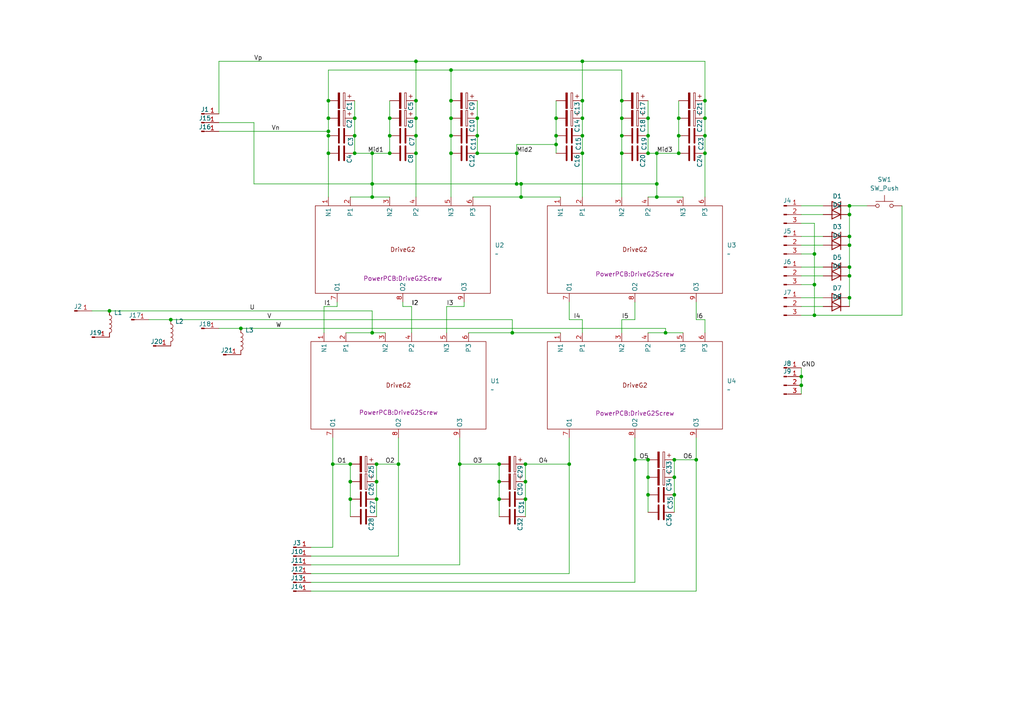
<source format=kicad_sch>
(kicad_sch (version 20250114) (generator "eeschema") (generator_version "9.0")
  (paper "A4")
  (lib_symbols
    (symbol "Connector:Conn_01x01_Pin" (pin_names (offset 1.016) (hide yes))
      (property "Reference" "J" (at 0 2.54 0))
      (property "Value" "Conn_01x01_Pin" (at 0 -2.54 0))
      (symbol "Conn_01x01_Pin_1_1"
        (rectangle (start 0.8636 0.127) (end 0 -0.127) (stroke (width 0.1524)) (fill (type outline)))
        (polyline (pts (xy 1.27 0) (xy 0.8636 0)) (stroke (width 0.1524)))
        (pin passive line (at 5.08 0 180) (length 3.81) (name "Pin_1") (number "1"))
      )
    )
    (symbol "Connector:Conn_01x03_Pin" (pin_names (offset 1.016) (hide yes))
      (property "Reference" "J" (at 0 5.08 0))
      (property "Value" "Conn_01x03_Pin" (at 0 -5.08 0))
      (symbol "Conn_01x03_Pin_1_1"
        (rectangle (start 0.8636 2.667) (end 0 2.413) (stroke (width 0.1524)) (fill (type outline)))
        (rectangle (start 0.8636 0.127) (end 0 -0.127) (stroke (width 0.1524)) (fill (type outline)))
        (rectangle (start 0.8636 -2.413) (end 0 -2.667) (stroke (width 0.1524)) (fill (type outline)))
        (polyline (pts (xy 1.27 2.54) (xy 0.8636 2.54)) (stroke (width 0.1524)))
        (polyline (pts (xy 1.27 0) (xy 0.8636 0)) (stroke (width 0.1524)))
        (polyline (pts (xy 1.27 -2.54) (xy 0.8636 -2.54)) (stroke (width 0.1524)))
        (pin passive line (at 5.08 2.54 180) (length 3.81) (name "Pin_1") (number "1"))
        (pin passive line (at 5.08 0 180) (length 3.81) (name "Pin_2") (number "2"))
        (pin passive line (at 5.08 -2.54 180) (length 3.81) (name "Pin_3") (number "3"))
      )
    )
    (symbol "Device:C" (pin_numbers (hide yes)) (pin_names (offset 0.254))
      (property "Reference" "C" (at 0.635 2.54 0))
      (property "Value" "C" (at 0.635 -2.54 0))
      (symbol "C_0_1"
        (polyline (pts (xy -2.032 0.762) (xy 2.032 0.762)) (stroke (width 0.508)))
        (polyline (pts (xy -2.032 -0.762) (xy 2.032 -0.762)) (stroke (width 0.508)))
      )
      (symbol "C_1_1"
        (pin passive line (at 0 3.81 270) (length 2.794) (name "~") (number "1"))
        (pin passive line (at 0 -3.81 90) (length 2.794) (name "~") (number "2"))
      )
    )
    (symbol "Device:C_Polarized" (pin_numbers (hide yes)) (pin_names (offset 0.254))
      (property "Reference" "C" (at 0.635 2.54 0))
      (property "Value" "C_Polarized" (at 0.635 -2.54 0))
      (symbol "C_Polarized_0_1"
        (rectangle (start -2.286 0.508) (end 2.286 1.016))
        (polyline (pts (xy -1.778 2.286) (xy -0.762 2.286)))
        (polyline (pts (xy -1.27 2.794) (xy -1.27 1.778)))
        (rectangle (start 2.286 -0.508) (end -2.286 -1.016) (fill (type outline)))
      )
      (symbol "C_Polarized_1_1"
        (pin passive line (at 0 3.81 270) (length 2.794) (name "~") (number "1"))
        (pin passive line (at 0 -3.81 90) (length 2.794) (name "~") (number "2"))
      )
    )
    (symbol "Device:L" (pin_numbers (hide yes)) (pin_names (offset 1.016) (hide yes))
      (property "Reference" "L" (at -1.27 0 90))
      (property "Value" "L" (at 1.905 0 90))
      (symbol "L_0_1"
        (arc (start 0 2.54) (mid 0.6323 1.905) (end 0 1.27))
        (arc (start 0 1.27) (mid 0.6323 0.635) (end 0 0))
        (arc (start 0 0) (mid 0.6323 -0.635) (end 0 -1.27))
        (arc (start 0 -1.27) (mid 0.6323 -1.905) (end 0 -2.54))
      )
      (symbol "L_1_1"
        (pin passive line (at 0 3.81 270) (length 1.27) (name "1") (number "1"))
        (pin passive line (at 0 -3.81 90) (length 1.27) (name "2") (number "2"))
      )
    )
    (symbol "Diode:1N914" (pin_numbers (hide yes)) (pin_names (hide yes))
      (property "Reference" "D" (at 0 2.54 0))
      (property "Value" "1N914" (at 0 -2.54 0))
      (symbol "1N914_0_1"
        (polyline (pts (xy -1.27 1.27) (xy -1.27 -1.27)) (stroke (width 0.254)))
        (polyline (pts (xy 1.27 1.27) (xy 1.27 -1.27) (xy -1.27 0) (xy 1.27 1.27)) (stroke (width 0.254)))
        (polyline (pts (xy 1.27 0) (xy -1.27 0)))
      )
      (symbol "1N914_1_1"
        (pin passive line (at -3.81 0 0) (length 2.54) (name "K") (number "1"))
        (pin passive line (at 3.81 0 180) (length 2.54) (name "A") (number "2"))
      )
    )
    (symbol "PowerPCB:DriveG2"
      (property "Reference" "U" (at 0 -2.54 0))
      (symbol "DriveG2_0_1"
        (rectangle (start -25.4 25.4) (end 25.4 0))
      )
      (symbol "DriveG2_1_1"
        (text "DriveG2\n" (at 0 12.7 0) (effects (font (size 1.27 1.27))))
        (pin power_in line (at -21.59 27.94 270) (length 2.54) (name "N1") (number "1"))
        (pin power_out line (at -19.05 -2.54 90) (length 2.54) (name "O1") (number "7"))
        (pin power_in line (at -15.24 27.94 270) (length 2.54) (name "P1") (number "2"))
        (pin power_in line (at -3.81 27.94 270) (length 2.54) (name "N2") (number "3"))
        (pin power_out line (at 0 -2.54 90) (length 2.54) (name "O2") (number "8"))
        (pin power_in line (at 3.81 27.94 270) (length 2.54) (name "P2") (number "4"))
        (pin power_in line (at 13.97 27.94 270) (length 2.54) (name "N3") (number "5"))
        (pin power_out line (at 17.78 -2.54 90) (length 2.54) (name "O3") (number "9"))
        (pin power_in line (at 20.32 27.94 270) (length 2.54) (name "P3") (number "6"))
      )
    )
    (symbol "Switch:SW_Push" (pin_numbers (hide yes)) (pin_names (offset 1.016) (hide yes))
      (property "Reference" "SW" (at 1.27 2.54 0))
      (property "Value" "SW_Push" (at 0 -1.524 0))
      (symbol "SW_Push_0_1"
        (circle (center -2.032 0) (radius 0.508))
        (polyline (pts (xy 0 1.27) (xy 0 3.048)))
        (circle (center 2.032 0) (radius 0.508))
        (polyline (pts (xy 2.54 1.27) (xy -2.54 1.27)))
        (pin passive line (at -5.08 0 0) (length 2.54) (name "1") (number "1"))
        (pin passive line (at 5.08 0 180) (length 2.54) (name "2") (number "2"))
      )
    )
  )
  (junction (at 101.6 144.78))
  (junction (at 168.91 34.29))
  (junction (at 168.91 17.78))
  (junction (at 148.59 96.52))
  (junction (at 109.22 139.7))
  (junction (at 236.22 82.55))
  (junction (at 152.4 134.62))
  (junction (at 196.85 44.45))
  (junction (at 165.1 134.62))
  (junction (at 236.22 73.66))
  (junction (at 187.96 39.37))
  (junction (at 113.03 39.37))
  (junction (at 196.85 39.37))
  (junction (at 95.25 39.37))
  (junction (at 246.38 80.01))
  (junction (at 161.29 41.91))
  (junction (at 187.96 138.43))
  (junction (at 168.91 29.21))
  (junction (at 102.87 34.29))
  (junction (at 180.34 39.37))
  (junction (at 130.81 20.32))
  (junction (at 130.81 34.29))
  (junction (at 120.65 29.21))
  (junction (at 144.78 139.7))
  (junction (at 204.47 39.37))
  (junction (at 151.13 53.34))
  (junction (at 180.34 29.21))
  (junction (at 246.38 77.47))
  (junction (at 195.58 138.43))
  (junction (at 49.53 92.71))
  (junction (at 144.78 134.62))
  (junction (at 95.25 44.45))
  (junction (at 195.58 133.35))
  (junction (at 95.25 29.21))
  (junction (at 107.95 44.45))
  (junction (at 113.03 34.29))
  (junction (at 190.5 53.34))
  (junction (at 101.6 139.7))
  (junction (at 69.85 95.25))
  (junction (at 107.95 53.34))
  (junction (at 138.43 44.45))
  (junction (at 130.81 29.21))
  (junction (at 95.25 38.1))
  (junction (at 138.43 34.29))
  (junction (at 187.96 143.51))
  (junction (at 120.65 34.29))
  (junction (at 95.25 34.29))
  (junction (at 184.15 133.35))
  (junction (at 246.38 71.12))
  (junction (at 204.47 29.21))
  (junction (at 149.86 44.45))
  (junction (at 246.38 68.58))
  (junction (at 190.5 44.45))
  (junction (at 96.52 134.62))
  (junction (at 101.6 134.62))
  (junction (at 120.65 17.78))
  (junction (at 144.78 144.78))
  (junction (at 195.58 143.51))
  (junction (at 130.81 44.45))
  (junction (at 113.03 44.45))
  (junction (at 130.81 39.37))
  (junction (at 187.96 44.45))
  (junction (at 102.87 44.45))
  (junction (at 232.41 109.22))
  (junction (at 102.87 39.37))
  (junction (at 201.93 133.35))
  (junction (at 120.65 39.37))
  (junction (at 246.38 62.23))
  (junction (at 168.91 39.37))
  (junction (at 246.38 59.69))
  (junction (at 193.04 96.52))
  (junction (at 138.43 39.37))
  (junction (at 107.95 57.15))
  (junction (at 232.41 111.76))
  (junction (at 149.86 53.34))
  (junction (at 152.4 139.7))
  (junction (at 180.34 44.45))
  (junction (at 180.34 34.29))
  (junction (at 31.75 90.17))
  (junction (at 190.5 57.15))
  (junction (at 196.85 34.29))
  (junction (at 168.91 44.45))
  (junction (at 204.47 44.45))
  (junction (at 120.65 44.45))
  (junction (at 161.29 34.29))
  (junction (at 109.22 134.62))
  (junction (at 187.96 34.29))
  (junction (at 236.22 91.44))
  (junction (at 109.22 144.78))
  (junction (at 161.29 39.37))
  (junction (at 107.95 96.52))
  (junction (at 151.13 57.15))
  (junction (at 115.57 134.62))
  (junction (at 152.4 144.78))
  (junction (at 204.47 34.29))
  (junction (at 133.35 134.62))
  (junction (at 187.96 133.35))
  (junction (at 246.38 86.36))
  (wire (pts (xy 138.43 34.29) (xy 138.43 39.37)))
  (wire (pts (xy 149.86 44.45) (xy 149.86 53.34)))
  (wire (pts (xy 116.84 87.63) (xy 116.84 88.9)))
  (wire (pts (xy 134.62 87.63) (xy 134.62 88.9)))
  (wire (pts (xy 236.22 91.44) (xy 261.62 91.44)))
  (wire (pts (xy 165.1 134.62) (xy 165.1 127)))
  (wire (pts (xy 165.1 166.37) (xy 165.1 134.62)))
  (wire (pts (xy 168.91 29.21) (xy 168.91 34.29)))
  (wire (pts (xy 73.66 53.34) (xy 73.66 35.56)))
  (wire (pts (xy 138.43 29.21) (xy 138.43 34.29)))
  (wire (pts (xy 43.18 92.71) (xy 49.53 92.71)))
  (wire (pts (xy 151.13 57.15) (xy 162.56 57.15)))
  (wire (pts (xy 187.96 133.35) (xy 187.96 138.43)))
  (wire (pts (xy 187.96 143.51) (xy 187.96 148.59)))
  (wire (pts (xy 113.03 29.21) (xy 113.03 34.29)))
  (wire (pts (xy 95.25 38.1) (xy 95.25 34.29)))
  (wire (pts (xy 109.22 134.62) (xy 109.22 139.7)))
  (wire (pts (xy 246.38 86.36) (xy 246.38 88.9)))
  (wire (pts (xy 261.62 59.69) (xy 261.62 91.44)))
  (wire (pts (xy 195.58 133.35) (xy 195.58 138.43)))
  (wire (pts (xy 246.38 71.12) (xy 246.38 77.47)))
  (wire (pts (xy 120.65 17.78) (xy 168.91 17.78)))
  (wire (pts (xy 102.87 39.37) (xy 102.87 44.45)))
  (wire (pts (xy 187.96 39.37) (xy 187.96 44.45)))
  (wire (pts (xy 90.17 171.45) (xy 201.93 171.45)))
  (wire (pts (xy 201.93 127) (xy 201.93 133.35)))
  (wire (pts (xy 95.25 39.37) (xy 95.25 44.45)))
  (wire (pts (xy 26.67 90.17) (xy 31.75 90.17)))
  (wire (pts (xy 102.87 44.45) (xy 107.95 44.45)))
  (wire (pts (xy 49.53 92.71) (xy 148.59 92.71)))
  (wire (pts (xy 232.41 68.58) (xy 238.76 68.58)))
  (wire (pts (xy 115.57 134.62) (xy 115.57 161.29)))
  (wire (pts (xy 195.58 133.35) (xy 201.93 133.35)))
  (wire (pts (xy 107.95 53.34) (xy 107.95 57.15)))
  (wire (pts (xy 187.96 138.43) (xy 187.96 143.51)))
  (wire (pts (xy 204.47 29.21) (xy 204.47 34.29)))
  (wire (pts (xy 187.96 96.52) (xy 193.04 96.52)))
  (wire (pts (xy 97.79 88.9) (xy 93.98 88.9)))
  (wire (pts (xy 31.75 90.17) (xy 107.95 90.17)))
  (wire (pts (xy 149.86 41.91) (xy 149.86 44.45)))
  (wire (pts (xy 168.91 44.45) (xy 168.91 57.15)))
  (wire (pts (xy 165.1 87.63) (xy 165.1 92.71)))
  (wire (pts (xy 116.84 88.9) (xy 119.38 88.9)))
  (wire (pts (xy 184.15 87.63) (xy 184.15 92.71)))
  (wire (pts (xy 149.86 41.91) (xy 161.29 41.91)))
  (wire (pts (xy 161.29 39.37) (xy 161.29 41.91)))
  (wire (pts (xy 232.41 71.12) (xy 238.76 71.12)))
  (wire (pts (xy 130.81 39.37) (xy 130.81 44.45)))
  (wire (pts (xy 184.15 127) (xy 184.15 133.35)))
  (wire (pts (xy 63.5 95.25) (xy 69.85 95.25)))
  (wire (pts (xy 168.91 92.71) (xy 168.91 96.52)))
  (wire (pts (xy 201.93 87.63) (xy 201.93 92.71)))
  (wire (pts (xy 95.25 34.29) (xy 95.25 29.21)))
  (wire (pts (xy 96.52 134.62) (xy 101.6 134.62)))
  (wire (pts (xy 144.78 144.78) (xy 144.78 149.86)))
  (wire (pts (xy 90.17 161.29) (xy 115.57 161.29)))
  (wire (pts (xy 204.47 17.78) (xy 204.47 29.21)))
  (wire (pts (xy 133.35 127) (xy 133.35 134.62)))
  (wire (pts (xy 187.96 44.45) (xy 190.5 44.45)))
  (wire (pts (xy 93.98 88.9) (xy 93.98 96.52)))
  (wire (pts (xy 204.47 44.45) (xy 204.47 57.15)))
  (wire (pts (xy 180.34 44.45) (xy 180.34 57.15)))
  (wire (pts (xy 144.78 139.7) (xy 144.78 144.78)))
  (wire (pts (xy 101.6 139.7) (xy 101.6 144.78)))
  (wire (pts (xy 168.91 17.78) (xy 204.47 17.78)))
  (wire (pts (xy 133.35 163.83) (xy 133.35 134.62)))
  (wire (pts (xy 138.43 44.45) (xy 149.86 44.45)))
  (wire (pts (xy 120.65 29.21) (xy 120.65 34.29)))
  (wire (pts (xy 184.15 168.91) (xy 184.15 133.35)))
  (wire (pts (xy 134.62 88.9) (xy 129.54 88.9)))
  (wire (pts (xy 107.95 57.15) (xy 113.03 57.15)))
  (wire (pts (xy 151.13 53.34) (xy 190.5 53.34)))
  (wire (pts (xy 195.58 143.51) (xy 195.58 148.59)))
  (wire (pts (xy 115.57 134.62) (xy 115.57 127)))
  (wire (pts (xy 168.91 34.29) (xy 168.91 39.37)))
  (wire (pts (xy 165.1 92.71) (xy 168.91 92.71)))
  (wire (pts (xy 168.91 39.37) (xy 168.91 44.45)))
  (wire (pts (xy 100.33 96.52) (xy 107.95 96.52)))
  (wire (pts (xy 148.59 96.52) (xy 162.56 96.52)))
  (wire (pts (xy 130.81 29.21) (xy 130.81 34.29)))
  (wire (pts (xy 107.95 44.45) (xy 113.03 44.45)))
  (wire (pts (xy 187.96 34.29) (xy 187.96 39.37)))
  (wire (pts (xy 161.29 29.21) (xy 161.29 34.29)))
  (wire (pts (xy 90.17 168.91) (xy 184.15 168.91)))
  (wire (pts (xy 246.38 62.23) (xy 246.38 68.58)))
  (wire (pts (xy 184.15 133.35) (xy 187.96 133.35)))
  (wire (pts (xy 107.95 90.17) (xy 107.95 96.52)))
  (wire (pts (xy 180.34 39.37) (xy 180.34 44.45)))
  (wire (pts (xy 232.41 88.9) (xy 238.76 88.9)))
  (wire (pts (xy 161.29 34.29) (xy 161.29 39.37)))
  (wire (pts (xy 63.5 35.56) (xy 73.66 35.56)))
  (wire (pts (xy 144.78 134.62) (xy 144.78 139.7)))
  (wire (pts (xy 109.22 134.62) (xy 115.57 134.62)))
  (wire (pts (xy 190.5 44.45) (xy 190.5 53.34)))
  (wire (pts (xy 113.03 34.29) (xy 113.03 39.37)))
  (wire (pts (xy 168.91 17.78) (xy 168.91 29.21)))
  (wire (pts (xy 232.41 91.44) (xy 236.22 91.44)))
  (wire (pts (xy 107.95 53.34) (xy 73.66 53.34)))
  (wire (pts (xy 138.43 39.37) (xy 138.43 44.45)))
  (wire (pts (xy 130.81 20.32) (xy 180.34 20.32)))
  (wire (pts (xy 151.13 53.34) (xy 151.13 57.15)))
  (wire (pts (xy 187.96 57.15) (xy 190.5 57.15)))
  (wire (pts (xy 119.38 88.9) (xy 119.38 96.52)))
  (wire (pts (xy 161.29 41.91) (xy 161.29 44.45)))
  (wire (pts (xy 96.52 127) (xy 96.52 134.62)))
  (wire (pts (xy 137.16 57.15) (xy 151.13 57.15)))
  (wire (pts (xy 102.87 34.29) (xy 102.87 39.37)))
  (wire (pts (xy 152.4 134.62) (xy 165.1 134.62)))
  (wire (pts (xy 135.89 96.52) (xy 148.59 96.52)))
  (wire (pts (xy 120.65 17.78) (xy 120.65 29.21)))
  (wire (pts (xy 95.25 38.1) (xy 95.25 39.37)))
  (wire (pts (xy 180.34 92.71) (xy 180.34 96.52)))
  (wire (pts (xy 107.95 44.45) (xy 107.95 53.34)))
  (wire (pts (xy 232.41 111.76) (xy 232.41 114.3)))
  (wire (pts (xy 236.22 73.66) (xy 236.22 82.55)))
  (wire (pts (xy 201.93 133.35) (xy 201.93 171.45)))
  (wire (pts (xy 113.03 39.37) (xy 113.03 44.45)))
  (wire (pts (xy 236.22 64.77) (xy 236.22 73.66)))
  (wire (pts (xy 130.81 34.29) (xy 130.81 39.37)))
  (wire (pts (xy 109.22 144.78) (xy 109.22 149.86)))
  (wire (pts (xy 63.5 38.1) (xy 95.25 38.1)))
  (wire (pts (xy 149.86 53.34) (xy 151.13 53.34)))
  (wire (pts (xy 232.41 82.55) (xy 236.22 82.55)))
  (wire (pts (xy 204.47 92.71) (xy 204.47 96.52)))
  (wire (pts (xy 196.85 39.37) (xy 196.85 44.45)))
  (wire (pts (xy 129.54 88.9) (xy 129.54 96.52)))
  (wire (pts (xy 152.4 139.7) (xy 152.4 144.78)))
  (wire (pts (xy 246.38 59.69) (xy 251.46 59.69)))
  (wire (pts (xy 107.95 96.52) (xy 111.76 96.52)))
  (wire (pts (xy 232.41 80.01) (xy 238.76 80.01)))
  (wire (pts (xy 232.41 64.77) (xy 236.22 64.77)))
  (wire (pts (xy 130.81 44.45) (xy 130.81 57.15)))
  (wire (pts (xy 204.47 39.37) (xy 204.47 44.45)))
  (wire (pts (xy 204.47 34.29) (xy 204.47 39.37)))
  (wire (pts (xy 120.65 44.45) (xy 120.65 57.15)))
  (wire (pts (xy 246.38 68.58) (xy 246.38 71.12)))
  (wire (pts (xy 107.95 53.34) (xy 149.86 53.34)))
  (wire (pts (xy 232.41 73.66) (xy 236.22 73.66)))
  (wire (pts (xy 190.5 57.15) (xy 198.12 57.15)))
  (wire (pts (xy 196.85 29.21) (xy 196.85 34.29)))
  (wire (pts (xy 232.41 86.36) (xy 238.76 86.36)))
  (wire (pts (xy 101.6 57.15) (xy 107.95 57.15)))
  (wire (pts (xy 102.87 29.21) (xy 102.87 34.29)))
  (wire (pts (xy 152.4 144.78) (xy 152.4 149.86)))
  (wire (pts (xy 101.6 134.62) (xy 101.6 139.7)))
  (wire (pts (xy 120.65 34.29) (xy 120.65 39.37)))
  (wire (pts (xy 96.52 158.75) (xy 96.52 134.62)))
  (wire (pts (xy 232.41 77.47) (xy 238.76 77.47)))
  (wire (pts (xy 120.65 39.37) (xy 120.65 44.45)))
  (wire (pts (xy 148.59 92.71) (xy 148.59 96.52)))
  (wire (pts (xy 95.25 29.21) (xy 95.25 20.32)))
  (wire (pts (xy 195.58 138.43) (xy 195.58 143.51)))
  (wire (pts (xy 196.85 34.29) (xy 196.85 39.37)))
  (wire (pts (xy 95.25 20.32) (xy 130.81 20.32)))
  (wire (pts (xy 69.85 95.25) (xy 193.04 95.25)))
  (wire (pts (xy 180.34 29.21) (xy 180.34 34.29)))
  (wire (pts (xy 63.5 17.78) (xy 63.5 33.02)))
  (wire (pts (xy 180.34 34.29) (xy 180.34 39.37)))
  (wire (pts (xy 236.22 82.55) (xy 236.22 91.44)))
  (wire (pts (xy 109.22 139.7) (xy 109.22 144.78)))
  (wire (pts (xy 90.17 158.75) (xy 96.52 158.75)))
  (wire (pts (xy 101.6 144.78) (xy 101.6 149.86)))
  (wire (pts (xy 63.5 17.78) (xy 120.65 17.78)))
  (wire (pts (xy 90.17 163.83) (xy 133.35 163.83)))
  (wire (pts (xy 130.81 20.32) (xy 130.81 29.21)))
  (wire (pts (xy 180.34 20.32) (xy 180.34 29.21)))
  (wire (pts (xy 193.04 95.25) (xy 193.04 96.52)))
  (wire (pts (xy 133.35 134.62) (xy 144.78 134.62)))
  (wire (pts (xy 232.41 62.23) (xy 238.76 62.23)))
  (wire (pts (xy 201.93 92.71) (xy 204.47 92.71)))
  (wire (pts (xy 246.38 77.47) (xy 246.38 80.01)))
  (wire (pts (xy 184.15 92.71) (xy 180.34 92.71)))
  (wire (pts (xy 97.79 87.63) (xy 97.79 88.9)))
  (wire (pts (xy 232.41 109.22) (xy 232.41 111.76)))
  (wire (pts (xy 232.41 106.68) (xy 232.41 109.22)))
  (wire (pts (xy 190.5 53.34) (xy 190.5 57.15)))
  (wire (pts (xy 193.04 96.52) (xy 198.12 96.52)))
  (wire (pts (xy 246.38 80.01) (xy 246.38 86.36)))
  (wire (pts (xy 90.17 166.37) (xy 165.1 166.37)))
  (wire (pts (xy 246.38 59.69) (xy 246.38 62.23)))
  (wire (pts (xy 152.4 134.62) (xy 152.4 139.7)))
  (wire (pts (xy 232.41 59.69) (xy 238.76 59.69)))
  (wire (pts (xy 190.5 44.45) (xy 196.85 44.45)))
  (wire (pts (xy 187.96 29.21) (xy 187.96 34.29)))
  (wire (pts (xy 95.25 44.45) (xy 95.25 57.15)))
  (label "O6" (at 198.12 133.35 0))
  (label "GND" (at 232.41 106.68 0))
  (label "O2" (at 111.76 134.62 0))
  (label "U" (at 72.39 90.17 0))
  (label "I1" (at 93.98 88.9 0))
  (label "O5" (at 185.42 133.35 0))
  (label "I3" (at 129.54 88.9 0))
  (label "I6" (at 201.93 92.71 0))
  (label "I4" (at 166.37 92.71 0))
  (label "I2" (at 119.38 88.9 0))
  (label "V" (at 77.47 92.71 0))
  (label "Mid3" (at 190.5 44.45 0))
  (label "W" (at 80.01 95.25 0))
  (label "I5" (at 180.34 92.71 0))
  (label "O4" (at 156.21 134.62 0))
  (label "Vp" (at 73.66 17.78 0))
  (label "I2" (at 119.38 88.9 0))
  (label "Mid1" (at 106.68 44.45 0))
  (label "O1" (at 97.79 134.62 0))
  (label "O3" (at 137.16 134.62 0))
  (label "Vn" (at 78.74 38.1 0))
  (label "Mid2" (at 149.86 44.45 0))
  (symbol (lib_id "Device:C") (at 134.62 44.45 270) (unit 1)
    (property "Reference" "C12" (at 136.906 44.704 0) (effects (justify left)))
    (property "Value" "C" (effects (hide yes)))
    (property "Footprint" "Capacitor_SMD:C_2220_5750Metric_Pad1.97x5.40mm_HandSolder" (effects (hide yes)))
    (property "Description" "Unpolarized capacitor" (effects (hide yes)))
  )
  (symbol (lib_id "Device:C") (at 200.66 39.37 270) (unit 1)
    (property "Reference" "C23" (at 203.327 39.751 0) (effects (justify left)))
    (property "Value" "C" (effects (hide yes)))
    (property "Footprint" "Capacitor_SMD:C_2220_5750Metric_Pad1.97x5.40mm_HandSolder" (effects (hide yes)))
    (property "Description" "Unpolarized capacitor" (effects (hide yes)))
  )
  (symbol (lib_id "Switch:SW_Push") (at 256.54 59.69 0) (unit 1)
    (property "Reference" "SW1" (at 256.54 52.07 0))
    (property "Value" "SW_Push" (at 256.54 54.61 0))
    (property "Footprint" "Button_Switch_THT:SW_PUSH_6mm" (effects (hide yes)))
    (property "Description" "Push button switch, generic, two pins" (effects (hide yes)))
  )
  (symbol (lib_id "Device:C_Polarized") (at 134.62 29.21 270) (unit 1)
    (property "Reference" "C9" (at 136.906 29.464 0) (effects (justify left)))
    (property "Value" "C_Polarized" (effects (hide yes)))
    (property "Footprint" "Capacitor_THT:CP_Radial_D25.0mm_P10.00mm_SnapIn" (effects (hide yes)))
    (property "Description" "Polarized capacitor" (effects (hide yes)))
  )
  (symbol (lib_id "Device:C") (at 99.06 39.37 270) (unit 1)
    (property "Reference" "C3" (at 101.727 39.751 0) (effects (justify left)))
    (property "Value" "C" (effects (hide yes)))
    (property "Footprint" "Capacitor_SMD:C_2220_5750Metric_Pad1.97x5.40mm_HandSolder" (effects (hide yes)))
    (property "Description" "Unpolarized capacitor" (effects (hide yes)))
  )
  (symbol (lib_id "PowerPCB:DriveG2") (at 184.15 124.46 0) (unit 1)
    (property "Reference" "U4" (at 210.82 110.4899 0) (effects (justify left)))
    (property "Value" "~" (at 210.82 113.0299 0) (effects (justify left)))
    (property "Footprint" "PowerPCB:DriveG2Screw" (at 184.15 119.888 0))
  )
  (symbol (lib_id "Device:C") (at 105.41 144.78 270) (unit 1)
    (property "Reference" "C27" (at 108.077 145.161 0) (effects (justify left)))
    (property "Value" "C" (effects (hide yes)))
    (property "Footprint" "Capacitor_SMD:C_2220_5750Metric_Pad1.97x5.40mm_HandSolder" (effects (hide yes)))
    (property "Description" "Unpolarized capacitor" (effects (hide yes)))
  )
  (symbol (lib_id "Connector:Conn_01x03_Pin") (at 227.33 80.01 0) (unit 1)
    (property "Reference" "J6" (at 228.346 75.946 0))
    (property "Value" "Conn_01x03_Pin" (effects (hide yes)))
    (property "Footprint" "Connector_PinHeader_2.54mm:PinHeader_1x03_P2.54mm_Vertical" (effects (hide yes)))
    (property "Description" "Generic connector, single row, 01x03, script generated" (effects (hide yes)))
  )
  (symbol (lib_id "Connector:Conn_01x01_Pin") (at 26.67 97.79 0) (unit 1)
    (property "Reference" "J19" (at 27.686 96.52 0))
    (property "Value" "Conn_01x01_Pin" (effects (hide yes)))
    (property "Footprint" "PowerComponentLibrary:Wuerth_REDCUBE-THR_WP-THRSH_74651175_THR" (effects (hide yes)))
    (property "Description" "Generic connector, single row, 01x01, script generated" (effects (hide yes)))
  )
  (symbol (lib_id "Device:C_Polarized") (at 116.84 29.21 270) (unit 1)
    (property "Reference" "C5" (at 119.126 29.464 0) (effects (justify left)))
    (property "Value" "C_Polarized" (effects (hide yes)))
    (property "Footprint" "Capacitor_THT:CP_Radial_D25.0mm_P10.00mm_SnapIn" (effects (hide yes)))
    (property "Description" "Polarized capacitor" (effects (hide yes)))
  )
  (symbol (lib_id "Device:C_Polarized") (at 116.84 34.29 270) (unit 1)
    (property "Reference" "C6" (at 119.126 34.544 0) (effects (justify left)))
    (property "Value" "C_Polarized" (effects (hide yes)))
    (property "Footprint" "PowerComponentLibrary:C_Wurth_WCAP-FTDB-L42W35H50" (effects (hide yes)))
    (property "Description" "Polarized capacitor" (effects (hide yes)))
  )
  (symbol (lib_id "Device:C_Polarized") (at 191.77 138.43 270) (unit 1)
    (property "Reference" "C34" (at 194.056 138.684 0) (effects (justify left)))
    (property "Value" "C_Polarized" (effects (hide yes)))
    (property "Footprint" "PowerComponentLibrary:C_Wurth_WCAP-FTDB-L42W35H50" (effects (hide yes)))
    (property "Description" "Polarized capacitor" (effects (hide yes)))
  )
  (symbol (lib_id "Device:C_Polarized") (at 99.06 29.21 270) (unit 1)
    (property "Reference" "C1" (at 101.346 29.464 0) (effects (justify left)))
    (property "Value" "C_Polarized" (effects (hide yes)))
    (property "Footprint" "Capacitor_THT:CP_Radial_D25.0mm_P10.00mm_SnapIn" (effects (hide yes)))
    (property "Description" "Polarized capacitor" (effects (hide yes)))
  )
  (symbol (lib_id "Device:C_Polarized") (at 200.66 34.29 270) (unit 1)
    (property "Reference" "C22" (at 202.946 34.544 0) (effects (justify left)))
    (property "Value" "C_Polarized" (effects (hide yes)))
    (property "Footprint" "PowerComponentLibrary:C_Wurth_WCAP-FTDB-L42W35H50" (effects (hide yes)))
    (property "Description" "Polarized capacitor" (effects (hide yes)))
  )
  (symbol (lib_id "Connector:Conn_01x03_Pin") (at 227.33 88.9 0) (unit 1)
    (property "Reference" "J7" (at 228.346 84.836 0))
    (property "Value" "Conn_01x03_Pin" (effects (hide yes)))
    (property "Footprint" "Connector_PinHeader_2.54mm:PinHeader_1x03_P2.54mm_Vertical" (effects (hide yes)))
    (property "Description" "Generic connector, single row, 01x03, script generated" (effects (hide yes)))
  )
  (symbol (lib_id "Connector:Conn_01x01_Pin") (at 38.1 92.71 0) (unit 1)
    (property "Reference" "J17" (at 39.116 91.44 0))
    (property "Value" "Conn_01x01_Pin" (effects (hide yes)))
    (property "Footprint" "PowerComponentLibrary:Wuerth_REDCUBE-THR_WP-THRSH_74651175_THR" (effects (hide yes)))
    (property "Description" "Generic connector, single row, 01x01, script generated" (effects (hide yes)))
  )
  (symbol (lib_id "Connector:Conn_01x03_Pin") (at 227.33 71.12 0) (unit 1)
    (property "Reference" "J5" (at 228.346 67.056 0))
    (property "Value" "Connector_PinHeader_1.00mm:PinHeader_1x03_P1.00mm_Vertical" (effects (hide yes)))
    (property "Footprint" "Connector_PinHeader_2.54mm:PinHeader_1x03_P2.54mm_Vertical" (effects (hide yes)))
    (property "Description" "Generic connector, single row, 01x03, script generated" (effects (hide yes)))
  )
  (symbol (lib_id "Device:C") (at 99.06 44.45 270) (unit 1)
    (property "Reference" "C4" (at 101.346 44.704 0) (effects (justify left)))
    (property "Value" "C" (effects (hide yes)))
    (property "Footprint" "Capacitor_SMD:C_2220_5750Metric_Pad1.97x5.40mm_HandSolder" (effects (hide yes)))
    (property "Description" "Unpolarized capacitor" (effects (hide yes)))
  )
  (symbol (lib_id "Connector:Conn_01x01_Pin") (at 58.42 33.02 0) (unit 1)
    (property "Reference" "J1" (at 59.436 31.75 0))
    (property "Value" "Conn_01x01_Pin" (effects (hide yes)))
    (property "Footprint" "PowerComponentLibrary:Wuerth_REDCUBE-THR_WP-THRSH_74651175_THR" (effects (hide yes)))
    (property "Description" "Generic connector, single row, 01x01, script generated" (effects (hide yes)))
  )
  (symbol (lib_id "Connector:Conn_01x01_Pin") (at 85.09 168.91 0) (unit 1)
    (property "Reference" "J13" (at 86.106 167.64 0))
    (property "Value" "Conn_01x01_Pin" (effects (hide yes)))
    (property "Footprint" "PowerComponentLibrary:Wuerth_REDCUBE-THR_WP-THRSH_74651175_THR" (effects (hide yes)))
    (property "Description" "Generic connector, single row, 01x01, script generated" (effects (hide yes)))
  )
  (symbol (lib_id "Device:C") (at 184.15 44.45 270) (unit 1)
    (property "Reference" "C20" (at 186.436 44.704 0) (effects (justify left)))
    (property "Value" "C" (effects (hide yes)))
    (property "Footprint" "Capacitor_SMD:C_2220_5750Metric_Pad1.97x5.40mm_HandSolder" (effects (hide yes)))
    (property "Description" "Unpolarized capacitor" (effects (hide yes)))
  )
  (symbol (lib_id "Device:C_Polarized") (at 191.77 133.35 270) (unit 1)
    (property "Reference" "C33" (at 194.056 133.604 0) (effects (justify left)))
    (property "Value" "C_Polarized" (effects (hide yes)))
    (property "Footprint" "Capacitor_THT:CP_Radial_D25.0mm_P10.00mm_SnapIn" (effects (hide yes)))
    (property "Description" "Polarized capacitor" (effects (hide yes)))
  )
  (symbol (lib_id "Connector:Conn_01x01_Pin") (at 21.59 90.17 0) (unit 1)
    (property "Reference" "J2" (at 22.606 88.9 0))
    (property "Value" "Conn_01x01_Pin" (effects (hide yes)))
    (property "Footprint" "PowerComponentLibrary:Wuerth_REDCUBE-THR_WP-THRSH_74651175_THR" (effects (hide yes)))
    (property "Description" "Generic connector, single row, 01x01, script generated" (effects (hide yes)))
  )
  (symbol (lib_id "Connector:Conn_01x01_Pin") (at 227.33 106.68 0) (unit 1)
    (property "Reference" "J8" (at 228.346 105.41 0))
    (property "Value" "Conn_01x01_Pin" (effects (hide yes)))
    (property "Footprint" "PowerComponentLibrary:Wuerth_REDCUBE-THR_WP-THRSH_74651175_THR" (effects (hide yes)))
    (property "Description" "Generic connector, single row, 01x01, script generated" (effects (hide yes)))
  )
  (symbol (lib_id "PowerPCB:DriveG2") (at 116.84 85.09 0) (unit 1)
    (property "Reference" "U2" (at 143.51 71.1199 0) (effects (justify left)))
    (property "Value" "~" (at 143.51 73.6599 0) (effects (justify left)))
    (property "Footprint" "PowerPCB:DriveG2Screw" (at 116.84 80.772 0))
  )
  (symbol (lib_id "Diode:1N914") (at 242.57 59.69 180) (unit 1)
    (property "Reference" "D1" (at 242.824 56.896 0))
    (property "Value" "1N914" (effects (hide yes)))
    (property "Footprint" "Diode_THT:D_DO-35_SOD27_P7.62mm_Horizontal" (effects (hide yes)))
    (property "Datasheet" "http://www.vishay.com/docs/85622/1n914.pdf" (effects (hide yes)))
    (property "Description" "100V 0.3A Small Signal Fast Switching Diode, DO-35" (effects (hide yes)))
    (property "Sim.Device" "D" (effects (hide yes)))
    (property "Sim.Pins" "1=K 2=A" (effects (hide yes)))
  )
  (symbol (lib_id "Connector:Conn_01x03_Pin") (at 227.33 111.76 0) (unit 1)
    (property "Reference" "J9" (at 228.346 107.696 0))
    (property "Value" "Conn_01x03_Pin" (effects (hide yes)))
    (property "Footprint" "Connector_PinHeader_2.54mm:PinHeader_1x03_P2.54mm_Vertical" (effects (hide yes)))
    (property "Description" "Generic connector, single row, 01x03, script generated" (effects (hide yes)))
  )
  (symbol (lib_id "Device:C_Polarized") (at 200.66 29.21 270) (unit 1)
    (property "Reference" "C21" (at 202.946 29.464 0) (effects (justify left)))
    (property "Value" "C_Polarized" (effects (hide yes)))
    (property "Footprint" "Capacitor_THT:CP_Radial_D25.0mm_P10.00mm_SnapIn" (effects (hide yes)))
    (property "Description" "Polarized capacitor" (effects (hide yes)))
  )
  (symbol (lib_id "Device:C") (at 134.62 39.37 270) (unit 1)
    (property "Reference" "C11" (at 137.287 39.751 0) (effects (justify left)))
    (property "Value" "C" (effects (hide yes)))
    (property "Footprint" "Capacitor_SMD:C_2220_5750Metric_Pad1.97x5.40mm_HandSolder" (effects (hide yes)))
    (property "Description" "Unpolarized capacitor" (effects (hide yes)))
  )
  (symbol (lib_id "Connector:Conn_01x01_Pin") (at 85.09 163.83 0) (unit 1)
    (property "Reference" "J11" (at 86.106 162.56 0))
    (property "Value" "Conn_01x01_Pin" (effects (hide yes)))
    (property "Footprint" "PowerComponentLibrary:Wuerth_REDCUBE-THR_WP-THRSH_74651175_THR" (effects (hide yes)))
    (property "Description" "Generic connector, single row, 01x01, script generated" (effects (hide yes)))
  )
  (symbol (lib_id "Diode:1N914") (at 242.57 62.23 180) (unit 1)
    (property "Reference" "D2" (at 242.824 59.436 0))
    (property "Value" "1N914" (effects (hide yes)))
    (property "Footprint" "Diode_THT:D_DO-35_SOD27_P7.62mm_Horizontal" (effects (hide yes)))
    (property "Datasheet" "http://www.vishay.com/docs/85622/1n914.pdf" (effects (hide yes)))
    (property "Description" "100V 0.3A Small Signal Fast Switching Diode, DO-35" (effects (hide yes)))
    (property "Sim.Device" "D" (effects (hide yes)))
    (property "Sim.Pins" "1=K 2=A" (effects (hide yes)))
  )
  (symbol (lib_id "Connector:Conn_01x01_Pin") (at 85.09 158.75 0) (unit 1)
    (property "Reference" "J3" (at 86.106 157.48 0))
    (property "Value" "Conn_01x01_Pin" (effects (hide yes)))
    (property "Footprint" "PowerComponentLibrary:Wuerth_REDCUBE-THR_WP-THRSH_74651175_THR" (effects (hide yes)))
    (property "Description" "Generic connector, single row, 01x01, script generated" (effects (hide yes)))
  )
  (symbol (lib_id "Diode:1N914") (at 242.57 80.01 180) (unit 1)
    (property "Reference" "D6" (at 242.824 77.216 0))
    (property "Value" "1N914" (effects (hide yes)))
    (property "Footprint" "Diode_THT:D_DO-35_SOD27_P7.62mm_Horizontal" (effects (hide yes)))
    (property "Datasheet" "http://www.vishay.com/docs/85622/1n914.pdf" (effects (hide yes)))
    (property "Description" "100V 0.3A Small Signal Fast Switching Diode, DO-35" (effects (hide yes)))
    (property "Sim.Device" "D" (effects (hide yes)))
    (property "Sim.Pins" "1=K 2=A" (effects (hide yes)))
  )
  (symbol (lib_id "Device:C_Polarized") (at 184.15 29.21 270) (unit 1)
    (property "Reference" "C17" (at 186.436 29.464 0) (effects (justify left)))
    (property "Value" "C_Polarized" (effects (hide yes)))
    (property "Footprint" "Capacitor_THT:CP_Radial_D25.0mm_P10.00mm_SnapIn" (effects (hide yes)))
    (property "Description" "Polarized capacitor" (effects (hide yes)))
  )
  (symbol (lib_id "Diode:1N914") (at 242.57 88.9 180) (unit 1)
    (property "Reference" "D8" (at 242.824 86.106 0))
    (property "Value" "1N914" (effects (hide yes)))
    (property "Footprint" "Diode_THT:D_DO-35_SOD27_P7.62mm_Horizontal" (effects (hide yes)))
    (property "Datasheet" "http://www.vishay.com/docs/85622/1n914.pdf" (effects (hide yes)))
    (property "Description" "100V 0.3A Small Signal Fast Switching Diode, DO-35" (effects (hide yes)))
    (property "Sim.Device" "D" (effects (hide yes)))
    (property "Sim.Pins" "1=K 2=A" (effects (hide yes)))
  )
  (symbol (lib_id "Device:C_Polarized") (at 134.62 34.29 270) (unit 1)
    (property "Reference" "C10" (at 136.906 34.544 0) (effects (justify left)))
    (property "Value" "C_Polarized" (effects (hide yes)))
    (property "Footprint" "PowerComponentLibrary:C_Wurth_WCAP-FTDB-L42W35H50" (effects (hide yes)))
    (property "Description" "Polarized capacitor" (effects (hide yes)))
  )
  (symbol (lib_id "Diode:1N914") (at 242.57 71.12 180) (unit 1)
    (property "Reference" "D4" (at 242.824 68.326 0))
    (property "Value" "1N914" (effects (hide yes)))
    (property "Footprint" "Diode_THT:D_DO-35_SOD27_P7.62mm_Horizontal" (effects (hide yes)))
    (property "Datasheet" "http://www.vishay.com/docs/85622/1n914.pdf" (effects (hide yes)))
    (property "Description" "100V 0.3A Small Signal Fast Switching Diode, DO-35" (effects (hide yes)))
    (property "Sim.Device" "D" (effects (hide yes)))
    (property "Sim.Pins" "1=K 2=A" (effects (hide yes)))
  )
  (symbol (lib_id "Connector:Conn_01x01_Pin") (at 58.42 95.25 0) (unit 1)
    (property "Reference" "J18" (at 59.436 93.98 0))
    (property "Value" "Conn_01x01_Pin" (effects (hide yes)))
    (property "Footprint" "PowerComponentLibrary:Wuerth_REDCUBE-THR_WP-THRSH_74651175_THR" (effects (hide yes)))
    (property "Description" "Generic connector, single row, 01x01, script generated" (effects (hide yes)))
  )
  (symbol (lib_id "Diode:1N914") (at 242.57 77.47 180) (unit 1)
    (property "Reference" "D5" (at 242.824 74.676 0))
    (property "Value" "1N914" (effects (hide yes)))
    (property "Footprint" "Diode_THT:D_DO-35_SOD27_P7.62mm_Horizontal" (effects (hide yes)))
    (property "Datasheet" "http://www.vishay.com/docs/85622/1n914.pdf" (effects (hide yes)))
    (property "Description" "100V 0.3A Small Signal Fast Switching Diode, DO-35" (effects (hide yes)))
    (property "Sim.Device" "D" (effects (hide yes)))
    (property "Sim.Pins" "1=K 2=A" (effects (hide yes)))
  )
  (symbol (lib_id "Device:C") (at 191.77 143.51 270) (unit 1)
    (property "Reference" "C35" (at 194.437 143.891 0) (effects (justify left)))
    (property "Value" "C" (effects (hide yes)))
    (property "Footprint" "Capacitor_SMD:C_2220_5750Metric_Pad1.97x5.40mm_HandSolder" (effects (hide yes)))
    (property "Description" "Unpolarized capacitor" (effects (hide yes)))
  )
  (symbol (lib_id "Device:L") (at 49.53 96.52 0) (unit 1)
    (property "Reference" "L2" (at 50.8 93.218 0) (effects (justify left)))
    (property "Value" "L" (effects (hide yes)))
    (property "Footprint" "PowerPCB:Inductor" (effects (hide yes)))
    (property "Description" "Inductor" (effects (hide yes)))
  )
  (symbol (lib_id "Device:C") (at 191.77 148.59 270) (unit 1)
    (property "Reference" "C36" (at 194.056 148.844 0) (effects (justify left)))
    (property "Value" "C" (effects (hide yes)))
    (property "Footprint" "Capacitor_SMD:C_2220_5750Metric_Pad1.97x5.40mm_HandSolder" (effects (hide yes)))
    (property "Description" "Unpolarized capacitor" (effects (hide yes)))
  )
  (symbol (lib_id "Connector:Conn_01x01_Pin") (at 64.77 102.87 0) (unit 1)
    (property "Reference" "J21" (at 65.786 101.6 0))
    (property "Value" "Conn_01x01_Pin" (effects (hide yes)))
    (property "Footprint" "PowerComponentLibrary:Wuerth_REDCUBE-THR_WP-THRSH_74651175_THR" (effects (hide yes)))
    (property "Description" "Generic connector, single row, 01x01, script generated" (effects (hide yes)))
  )
  (symbol (lib_id "Connector:Conn_01x01_Pin") (at 85.09 161.29 0) (unit 1)
    (property "Reference" "J10" (at 86.106 160.02 0))
    (property "Value" "Conn_01x01_Pin" (effects (hide yes)))
    (property "Footprint" "PowerComponentLibrary:Wuerth_REDCUBE-THR_WP-THRSH_74651175_THR" (effects (hide yes)))
    (property "Description" "Generic connector, single row, 01x01, script generated" (effects (hide yes)))
  )
  (symbol (lib_id "Device:C_Polarized") (at 105.41 134.62 270) (unit 1)
    (property "Reference" "C25" (at 107.696 134.874 0) (effects (justify left)))
    (property "Value" "C_Polarized" (effects (hide yes)))
    (property "Footprint" "Capacitor_THT:CP_Radial_D25.0mm_P10.00mm_SnapIn" (effects (hide yes)))
    (property "Description" "Polarized capacitor" (effects (hide yes)))
  )
  (symbol (lib_id "Connector:Conn_01x01_Pin") (at 58.42 38.1 0) (unit 1)
    (property "Reference" "J16" (at 59.436 36.83 0))
    (property "Value" "Conn_01x01_Pin" (effects (hide yes)))
    (property "Footprint" "PowerComponentLibrary:Wuerth_REDCUBE-THR_WP-THRSH_74651175_THR" (effects (hide yes)))
    (property "Description" "Generic connector, single row, 01x01, script generated" (effects (hide yes)))
  )
  (symbol (lib_id "Diode:1N914") (at 242.57 86.36 180) (unit 1)
    (property "Reference" "D7" (at 242.824 83.566 0))
    (property "Value" "1N914" (effects (hide yes)))
    (property "Footprint" "Diode_THT:D_DO-35_SOD27_P7.62mm_Horizontal" (effects (hide yes)))
    (property "Datasheet" "http://www.vishay.com/docs/85622/1n914.pdf" (effects (hide yes)))
    (property "Description" "100V 0.3A Small Signal Fast Switching Diode, DO-35" (effects (hide yes)))
    (property "Sim.Device" "D" (effects (hide yes)))
    (property "Sim.Pins" "1=K 2=A" (effects (hide yes)))
  )
  (symbol (lib_id "Device:C") (at 148.59 144.78 270) (unit 1)
    (property "Reference" "C31" (at 151.257 145.161 0) (effects (justify left)))
    (property "Value" "C" (effects (hide yes)))
    (property "Footprint" "Capacitor_SMD:C_2220_5750Metric_Pad1.97x5.40mm_HandSolder" (effects (hide yes)))
    (property "Description" "Unpolarized capacitor" (effects (hide yes)))
  )
  (symbol (lib_id "Device:L") (at 69.85 99.06 0) (unit 1)
    (property "Reference" "L3" (at 71.12 95.758 0) (effects (justify left)))
    (property "Value" "L" (effects (hide yes)))
    (property "Footprint" "PowerPCB:Inductor" (effects (hide yes)))
    (property "Description" "Inductor" (effects (hide yes)))
  )
  (symbol (lib_id "Device:C_Polarized") (at 165.1 29.21 270) (unit 1)
    (property "Reference" "C13" (at 167.386 29.464 0) (effects (justify left)))
    (property "Value" "C_Polarized" (effects (hide yes)))
    (property "Footprint" "Capacitor_THT:CP_Radial_D25.0mm_P10.00mm_SnapIn" (effects (hide yes)))
    (property "Description" "Polarized capacitor" (effects (hide yes)))
  )
  (symbol (lib_id "Device:C_Polarized") (at 184.15 34.29 270) (unit 1)
    (property "Reference" "C18" (at 186.436 34.544 0) (effects (justify left)))
    (property "Value" "C_Polarized" (effects (hide yes)))
    (property "Footprint" "PowerComponentLibrary:C_Wurth_WCAP-FTDB-L42W35H50" (effects (hide yes)))
    (property "Description" "Polarized capacitor" (effects (hide yes)))
  )
  (symbol (lib_id "Connector:Conn_01x03_Pin") (at 227.33 62.23 0) (unit 1)
    (property "Reference" "J4" (at 228.346 58.166 0))
    (property "Value" "Conn_01x03_Pin" (effects (hide yes)))
    (property "Footprint" "Connector_PinHeader_2.54mm:PinHeader_1x03_P2.54mm_Vertical" (effects (hide yes)))
    (property "Description" "Generic connector, single row, 01x03, script generated" (effects (hide yes)))
  )
  (symbol (lib_id "Device:C") (at 165.1 39.37 270) (unit 1)
    (property "Reference" "C15" (at 167.767 39.751 0) (effects (justify left)))
    (property "Value" "C" (effects (hide yes)))
    (property "Footprint" "Capacitor_SMD:C_2220_5750Metric_Pad1.97x5.40mm_HandSolder" (effects (hide yes)))
    (property "Description" "Unpolarized capacitor" (effects (hide yes)))
  )
  (symbol (lib_id "Device:C_Polarized") (at 165.1 34.29 270) (unit 1)
    (property "Reference" "C14" (at 167.386 34.544 0) (effects (justify left)))
    (property "Value" "C_Polarized" (effects (hide yes)))
    (property "Footprint" "PowerComponentLibrary:C_Wurth_WCAP-FTDB-L42W35H50" (effects (hide yes)))
    (property "Description" "Polarized capacitor" (effects (hide yes)))
  )
  (symbol (lib_id "Device:C") (at 184.15 39.37 270) (unit 1)
    (property "Reference" "C19" (at 186.817 39.751 0) (effects (justify left)))
    (property "Value" "C" (effects (hide yes)))
    (property "Footprint" "Capacitor_SMD:C_2220_5750Metric_Pad1.97x5.40mm_HandSolder" (effects (hide yes)))
    (property "Description" "Unpolarized capacitor" (effects (hide yes)))
  )
  (symbol (lib_id "Device:C_Polarized") (at 148.59 139.7 270) (unit 1)
    (property "Reference" "C30" (at 150.876 139.954 0) (effects (justify left)))
    (property "Value" "C_Polarized" (effects (hide yes)))
    (property "Footprint" "PowerComponentLibrary:C_Wurth_WCAP-FTDB-L42W35H50" (effects (hide yes)))
    (property "Description" "Polarized capacitor" (effects (hide yes)))
  )
  (symbol (lib_id "Device:C_Polarized") (at 105.41 139.7 270) (unit 1)
    (property "Reference" "C26" (at 107.696 139.954 0) (effects (justify left)))
    (property "Value" "C_Polarized" (effects (hide yes)))
    (property "Footprint" "PowerComponentLibrary:C_Wurth_WCAP-FTDB-L42W35H50" (effects (hide yes)))
    (property "Description" "Polarized capacitor" (effects (hide yes)))
  )
  (symbol (lib_id "Connector:Conn_01x01_Pin") (at 85.09 166.37 0) (unit 1)
    (property "Reference" "J12" (at 86.106 165.1 0))
    (property "Value" "Conn_01x01_Pin" (effects (hide yes)))
    (property "Footprint" "PowerComponentLibrary:Wuerth_REDCUBE-THR_WP-THRSH_74651175_THR" (effects (hide yes)))
    (property "Description" "Generic connector, single row, 01x01, script generated" (effects (hide yes)))
  )
  (symbol (lib_id "Device:C_Polarized") (at 148.59 134.62 270) (unit 1)
    (property "Reference" "C29" (at 150.876 134.874 0) (effects (justify left)))
    (property "Value" "C_Polarized" (effects (hide yes)))
    (property "Footprint" "Capacitor_THT:CP_Radial_D25.0mm_P10.00mm_SnapIn" (effects (hide yes)))
    (property "Description" "Polarized capacitor" (effects (hide yes)))
  )
  (symbol (lib_id "PowerPCB:DriveG2") (at 184.15 85.09 0) (unit 1)
    (property "Reference" "U3" (at 210.82 71.1199 0) (effects (justify left)))
    (property "Value" "~" (at 210.82 73.6599 0) (effects (justify left)))
    (property "Footprint" "PowerPCB:DriveG2Screw" (at 184.15 79.502 0))
  )
  (symbol (lib_id "PowerPCB:DriveG2") (at 115.57 124.46 0) (unit 1)
    (property "Reference" "U1" (at 142.24 110.4899 0) (effects (justify left)))
    (property "Value" "~" (at 142.24 113.0299 0) (effects (justify left)))
    (property "Footprint" "PowerPCB:DriveG2Screw" (at 115.57 119.634 0))
  )
  (symbol (lib_id "Device:C") (at 200.66 44.45 270) (unit 1)
    (property "Reference" "C24" (at 202.946 44.704 0) (effects (justify left)))
    (property "Value" "C" (effects (hide yes)))
    (property "Footprint" "Capacitor_SMD:C_2220_5750Metric_Pad1.97x5.40mm_HandSolder" (effects (hide yes)))
    (property "Description" "Unpolarized capacitor" (effects (hide yes)))
  )
  (symbol (lib_id "Device:C_Polarized") (at 99.06 34.29 270) (unit 1)
    (property "Reference" "C2" (at 101.346 34.544 0) (effects (justify left)))
    (property "Value" "C_Polarized" (effects (hide yes)))
    (property "Footprint" "PowerComponentLibrary:C_Wurth_WCAP-FTDB-L42W35H50" (effects (hide yes)))
    (property "Description" "Polarized capacitor" (effects (hide yes)))
  )
  (symbol (lib_id "Connector:Conn_01x01_Pin") (at 58.42 35.56 0) (unit 1)
    (property "Reference" "J15" (at 59.436 34.29 0))
    (property "Value" "Conn_01x01_Pin" (effects (hide yes)))
    (property "Footprint" "PowerComponentLibrary:Wuerth_REDCUBE-THR_WP-THRSH_74651175_THR" (effects (hide yes)))
    (property "Description" "Generic connector, single row, 01x01, script generated" (effects (hide yes)))
  )
  (symbol (lib_id "Device:C") (at 105.41 149.86 270) (unit 1)
    (property "Reference" "C28" (at 107.696 150.114 0) (effects (justify left)))
    (property "Value" "C" (effects (hide yes)))
    (property "Footprint" "Capacitor_SMD:C_2220_5750Metric_Pad1.97x5.40mm_HandSolder" (effects (hide yes)))
    (property "Description" "Unpolarized capacitor" (effects (hide yes)))
  )
  (symbol (lib_id "Connector:Conn_01x01_Pin") (at 44.45 100.33 0) (unit 1)
    (property "Reference" "J20" (at 45.466 99.06 0))
    (property "Value" "Conn_01x01_Pin" (effects (hide yes)))
    (property "Footprint" "PowerComponentLibrary:Wuerth_REDCUBE-THR_WP-THRSH_74651175_THR" (effects (hide yes)))
    (property "Description" "Generic connector, single row, 01x01, script generated" (effects (hide yes)))
  )
  (symbol (lib_id "Device:L") (at 31.75 93.98 0) (unit 1)
    (property "Reference" "L1" (at 33.02 90.678 0) (effects (justify left)))
    (property "Value" "L" (effects (hide yes)))
    (property "Footprint" "PowerPCB:Inductor" (effects (hide yes)))
    (property "Description" "Inductor" (effects (hide yes)))
  )
  (symbol (lib_id "Device:C") (at 116.84 44.45 270) (unit 1)
    (property "Reference" "C8" (at 119.126 44.704 0) (effects (justify left)))
    (property "Value" "C" (effects (hide yes)))
    (property "Footprint" "Capacitor_SMD:C_2220_5750Metric_Pad1.97x5.40mm_HandSolder" (effects (hide yes)))
    (property "Description" "Unpolarized capacitor" (effects (hide yes)))
  )
  (symbol (lib_id "Diode:1N914") (at 242.57 68.58 180) (unit 1)
    (property "Reference" "D3" (at 242.824 65.786 0))
    (property "Value" "1N914" (effects (hide yes)))
    (property "Footprint" "Diode_THT:D_DO-35_SOD27_P7.62mm_Horizontal" (effects (hide yes)))
    (property "Datasheet" "http://www.vishay.com/docs/85622/1n914.pdf" (effects (hide yes)))
    (property "Description" "100V 0.3A Small Signal Fast Switching Diode, DO-35" (effects (hide yes)))
    (property "Sim.Device" "D" (effects (hide yes)))
    (property "Sim.Pins" "1=K 2=A" (effects (hide yes)))
  )
  (symbol (lib_id "Connector:Conn_01x01_Pin") (at 85.09 171.45 0) (unit 1)
    (property "Reference" "J14" (at 86.106 170.18 0))
    (property "Value" "Conn_01x01_Pin" (effects (hide yes)))
    (property "Footprint" "PowerComponentLibrary:Wuerth_REDCUBE-THR_WP-THRSH_74651175_THR" (effects (hide yes)))
    (property "Description" "Generic connector, single row, 01x01, script generated" (effects (hide yes)))
  )
  (symbol (lib_id "Device:C") (at 148.59 149.86 270) (unit 1)
    (property "Reference" "C32" (at 150.876 150.114 0) (effects (justify left)))
    (property "Value" "C" (effects (hide yes)))
    (property "Footprint" "Capacitor_SMD:C_2220_5750Metric_Pad1.97x5.40mm_HandSolder" (effects (hide yes)))
    (property "Description" "Unpolarized capacitor" (effects (hide yes)))
  )
  (symbol (lib_id "Device:C") (at 116.84 39.37 270) (unit 1)
    (property "Reference" "C7" (at 119.507 39.751 0) (effects (justify left)))
    (property "Value" "C" (effects (hide yes)))
    (property "Footprint" "Capacitor_SMD:C_2220_5750Metric_Pad1.97x5.40mm_HandSolder" (effects (hide yes)))
    (property "Description" "Unpolarized capacitor" (effects (hide yes)))
  )
  (symbol (lib_id "Device:C") (at 165.1 44.45 270) (unit 1)
    (property "Reference" "C16" (at 167.386 44.704 0) (effects (justify left)))
    (property "Value" "C" (effects (hide yes)))
    (property "Footprint" "Capacitor_SMD:C_2220_5750Metric_Pad1.97x5.40mm_HandSolder" (effects (hide yes)))
    (property "Description" "Unpolarized capacitor" (effects (hide yes)))
  )
)
</source>
